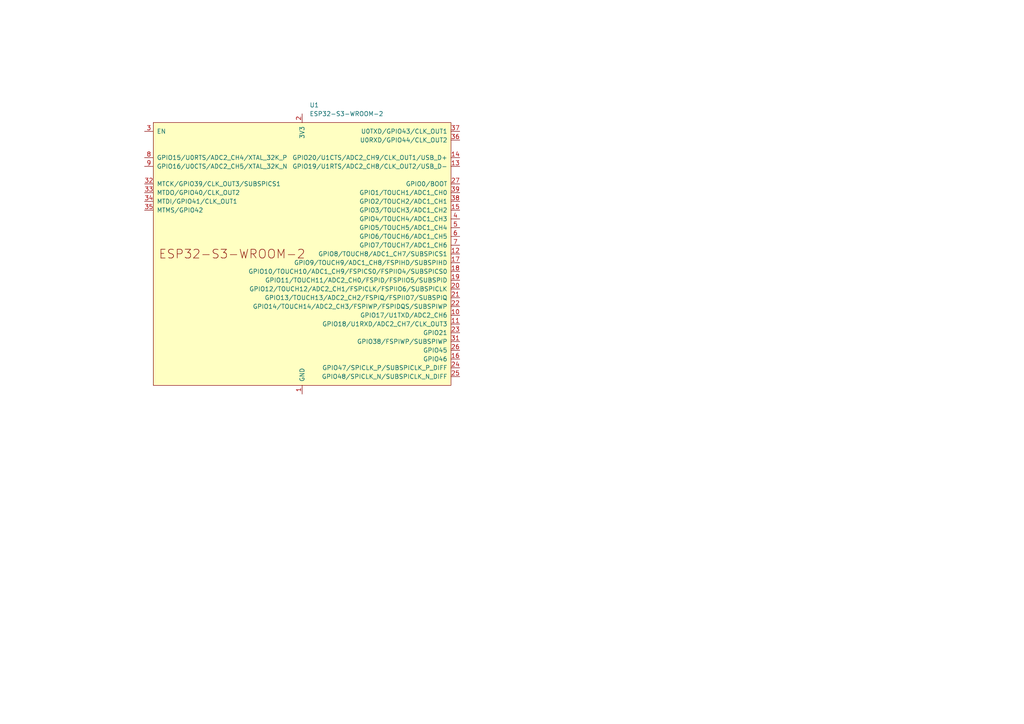
<source format=kicad_sch>
(kicad_sch (version 20250114) (generator "eeschema") (generator_version "9.0")
  (paper "A4")
  (lib_symbols
    (symbol "Espressif:ESP32-S3-WROOM-2" (pin_names (offset 1.016))
      (property "Reference" "U" (at -43.18 43.18 0))
      (property "Value" "ESP32-S3-WROOM-2" (at -43.18 40.64 0))
      (symbol "ESP32-S3-WROOM-2_0_0"
        (text "ESP32-S3-WROOM-2" (at -20.32 0 0) (effects (font (size 2.54 2.54))))
        (pin input line (at -45.72 35.56 0) (length 2.54) (name "EN") (number "3"))
        (pin bidirectional line (at -45.72 27.94 0) (length 2.54) (name "GPIO15/U0RTS/ADC2_CH4/XTAL_32K_P") (number "8"))
        (pin bidirectional line (at -45.72 25.4 0) (length 2.54) (name "GPIO16/U0CTS/ADC2_CH5/XTAL_32K_N") (number "9"))
        (pin bidirectional line (at -45.72 20.32 0) (length 2.54) (name "MTCK/GPIO39/CLK_OUT3/SUBSPICS1") (number "32"))
        (pin bidirectional line (at -45.72 17.78 0) (length 2.54) (name "MTDO/GPIO40/CLK_OUT2") (number "33"))
        (pin bidirectional line (at -45.72 15.24 0) (length 2.54) (name "MTDI/GPIO41/CLK_OUT1") (number "34"))
        (pin bidirectional line (at -45.72 12.7 0) (length 2.54) (name "MTMS/GPIO42") (number "35"))
        (pin no_connect line (at -43.18 -30.48 0) (length 2.54) (hide yes) (name "NC") (number "30"))
        (pin no_connect line (at -43.18 -33.02 0) (length 2.54) (hide yes) (name "NC") (number "29"))
        (pin no_connect line (at -43.18 -35.56 0) (length 2.54) (hide yes) (name "NC") (number "28"))
        (pin power_in line (at 0 40.64 270) (length 2.54) (name "3V3") (number "2"))
        (pin power_in line (at 0 -40.64 90) (length 2.54) (name "GND") (number "1"))
        (pin passive line (at 0 -40.64 90) (length 2.54) (hide yes) (name "GND") (number "40"))
        (pin passive line (at 0 -40.64 90) (length 2.54) (hide yes) (name "GND") (number "41"))
        (pin bidirectional line (at 45.72 35.56 180) (length 2.54) (name "U0TXD/GPIO43/CLK_OUT1") (number "37"))
        (pin bidirectional line (at 45.72 33.02 180) (length 2.54) (name "U0RXD/GPIO44/CLK_OUT2") (number "36"))
        (pin bidirectional line (at 45.72 27.94 180) (length 2.54) (name "GPIO20/U1CTS/ADC2_CH9/CLK_OUT1/USB_D+") (number "14"))
        (pin bidirectional line (at 45.72 25.4 180) (length 2.54) (name "GPIO19/U1RTS/ADC2_CH8/CLK_OUT2/USB_D-") (number "13"))
        (pin bidirectional line (at 45.72 20.32 180) (length 2.54) (name "GPIO0/BOOT") (number "27"))
        (pin bidirectional line (at 45.72 17.78 180) (length 2.54) (name "GPIO1/TOUCH1/ADC1_CH0") (number "39"))
        (pin bidirectional line (at 45.72 15.24 180) (length 2.54) (name "GPIO2/TOUCH2/ADC1_CH1") (number "38"))
        (pin bidirectional line (at 45.72 12.7 180) (length 2.54) (name "GPIO3/TOUCH3/ADC1_CH2") (number "15"))
        (pin bidirectional line (at 45.72 10.16 180) (length 2.54) (name "GPIO4/TOUCH4/ADC1_CH3") (number "4"))
        (pin bidirectional line (at 45.72 7.62 180) (length 2.54) (name "GPIO5/TOUCH5/ADC1_CH4") (number "5"))
        (pin bidirectional line (at 45.72 5.08 180) (length 2.54) (name "GPIO6/TOUCH6/ADC1_CH5") (number "6"))
        (pin bidirectional line (at 45.72 2.54 180) (length 2.54) (name "GPIO7/TOUCH7/ADC1_CH6") (number "7"))
        (pin bidirectional line (at 45.72 0 180) (length 2.54) (name "GPIO8/TOUCH8/ADC1_CH7/SUBSPICS1") (number "12"))
        (pin bidirectional line (at 45.72 -2.54 180) (length 2.54) (name "GPIO9/TOUCH9/ADC1_CH8/FSPIHD/SUBSPIHD") (number "17"))
        (pin bidirectional line (at 45.72 -5.08 180) (length 2.54) (name "GPIO10/TOUCH10/ADC1_CH9/FSPICS0/FSPIIO4/SUBSPICS0") (number "18"))
        (pin bidirectional line (at 45.72 -7.62 180) (length 2.54) (name "GPIO11/TOUCH11/ADC2_CH0/FSPID/FSPIIO5/SUBSPID") (number "19"))
        (pin bidirectional line (at 45.72 -10.16 180) (length 2.54) (name "GPIO12/TOUCH12/ADC2_CH1/FSPICLK/FSPIIO6/SUBSPICLK") (number "20"))
        (pin bidirectional line (at 45.72 -12.7 180) (length 2.54) (name "GPIO13/TOUCH13/ADC2_CH2/FSPIQ/FSPIIO7/SUBSPIQ") (number "21"))
        (pin bidirectional line (at 45.72 -15.24 180) (length 2.54) (name "GPIO14/TOUCH14/ADC2_CH3/FSPIWP/FSPIDQS/SUBSPIWP") (number "22"))
        (pin bidirectional line (at 45.72 -17.78 180) (length 2.54) (name "GPIO17/U1TXD/ADC2_CH6") (number "10"))
        (pin bidirectional line (at 45.72 -20.32 180) (length 2.54) (name "GPIO18/U1RXD/ADC2_CH7/CLK_OUT3") (number "11"))
        (pin bidirectional line (at 45.72 -22.86 180) (length 2.54) (name "GPIO21") (number "23"))
        (pin bidirectional line (at 45.72 -25.4 180) (length 2.54) (name "GPIO38/FSPIWP/SUBSPIWP") (number "31"))
        (pin bidirectional line (at 45.72 -27.94 180) (length 2.54) (name "GPIO45") (number "26"))
        (pin bidirectional line (at 45.72 -30.48 180) (length 2.54) (name "GPIO46") (number "16"))
        (pin bidirectional line (at 45.72 -33.02 180) (length 2.54) (name "GPIO47/SPICLK_P/SUBSPICLK_P_DIFF") (number "24"))
        (pin bidirectional line (at 45.72 -35.56 180) (length 2.54) (name "GPIO48/SPICLK_N/SUBSPICLK_N_DIFF") (number "25"))
      )
      (symbol "ESP32-S3-WROOM-2_0_1"
        (rectangle (start -43.18 38.1) (end 43.18 -38.1) (fill (type background)))
      )
    )
  )
  (symbol (lib_id "Espressif:ESP32-S3-WROOM-2") (at 87.63 73.66 0) (unit 1)
    (property "Reference" "U1" (at 89.7733 30.48 0) (effects (justify left)))
    (property "Value" "ESP32-S3-WROOM-2" (at 89.7733 33.02 0) (effects (justify left)))
    (property "Footprint" "PCM_Espressif:ESP32-S3-WROOM-2" (effects (hide yes)))
    (property "Datasheet" "https://www.espressif.com/sites/default/files/documentation/esp32-s3-wroom-2_datasheet_en.pdf" (effects (hide yes)))
    (property "Description" "2.4 GHz WiFi (802.11 b/g/n) and Bluetooth ® 5 (LE) module Built around ESP32S3 series of SoCs, Xtensa ® dualcore 32bit LX7 microprocessor Flash up to 16 MB, PSRAM up to 8 MB 36 GPIOs, rich set of peripherals Onboard PCB antenna" (effects (hide yes)))
  )
)
</source>
